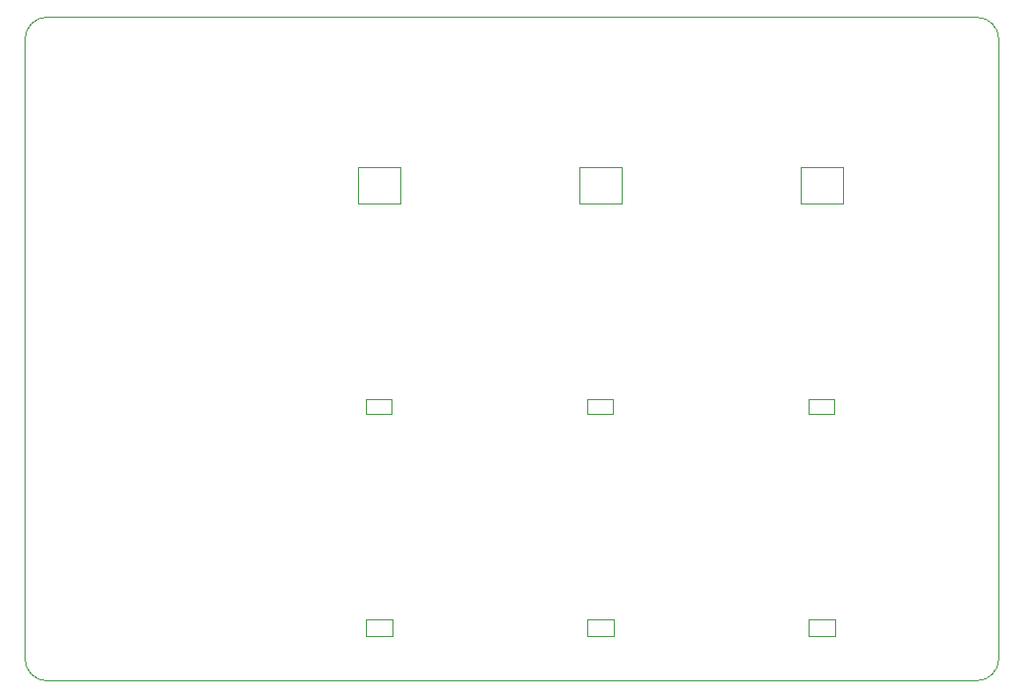
<source format=gbr>
%TF.GenerationSoftware,KiCad,Pcbnew,(6.0.1)*%
%TF.CreationDate,2022-06-19T22:09:19+09:00*%
%TF.ProjectId,reverse-mount-led-keboard,72657665-7273-4652-9d6d-6f756e742d6c,rev?*%
%TF.SameCoordinates,Original*%
%TF.FileFunction,Profile,NP*%
%FSLAX46Y46*%
G04 Gerber Fmt 4.6, Leading zero omitted, Abs format (unit mm)*
G04 Created by KiCad (PCBNEW (6.0.1)) date 2022-06-19 22:09:19*
%MOMM*%
%LPD*%
G01*
G04 APERTURE LIST*
%TA.AperFunction,Profile*%
%ADD10C,0.100000*%
%TD*%
%TA.AperFunction,Profile*%
%ADD11C,0.050000*%
%TD*%
%TA.AperFunction,Profile*%
%ADD12C,0.120000*%
%TD*%
G04 APERTURE END LIST*
D10*
X-774382500Y621030000D02*
G75*
G03*
X-776287500Y619125000I1J-1905001D01*
G01*
X-776287500Y565785000D02*
G75*
G03*
X-774382500Y563880000I1905001J1D01*
G01*
X-774382500Y621030000D02*
X-694372500Y621030000D01*
X-694372500Y563880000D02*
X-774382500Y563880000D01*
X-776287500Y565785000D02*
X-776287500Y619125000D01*
X-692467500Y619125000D02*
G75*
G03*
X-694372500Y621030000I-1905001J-1D01*
G01*
X-692467500Y619125000D02*
X-692467500Y565785000D01*
X-694372500Y563880000D02*
G75*
G03*
X-692467500Y565785000I-1J1905001D01*
G01*
D11*
%TO.C,LED6*%
X-708807000Y586895000D02*
X-706607000Y586895000D01*
X-706607000Y586895000D02*
X-706607000Y588095000D01*
X-706607000Y588095000D02*
X-708807000Y588095000D01*
X-708807000Y588095000D02*
X-708807000Y586895000D01*
D12*
%TO.C,LED2*%
X-728557000Y604945000D02*
X-724957000Y604945000D01*
X-724957000Y604945000D02*
X-724957000Y608145000D01*
X-724957000Y608145000D02*
X-728557000Y608145000D01*
X-728557000Y608145000D02*
X-728557000Y604945000D01*
%TO.C,LED9*%
X-708857000Y569195000D02*
X-706557000Y569195000D01*
X-706557000Y569195000D02*
X-706557000Y567695000D01*
X-706557000Y567695000D02*
X-708857000Y567695000D01*
X-708857000Y567695000D02*
X-708857000Y569195000D01*
%TO.C,LED8*%
X-727907000Y569195000D02*
X-725607000Y569195000D01*
X-725607000Y569195000D02*
X-725607000Y567695000D01*
X-725607000Y567695000D02*
X-727907000Y567695000D01*
X-727907000Y567695000D02*
X-727907000Y569195000D01*
%TO.C,LED3*%
X-709507000Y604945000D02*
X-705907000Y604945000D01*
X-705907000Y604945000D02*
X-705907000Y608145000D01*
X-705907000Y608145000D02*
X-709507000Y608145000D01*
X-709507000Y608145000D02*
X-709507000Y604945000D01*
%TO.C,LED7*%
X-746957000Y569195000D02*
X-744657000Y569195000D01*
X-744657000Y569195000D02*
X-744657000Y567695000D01*
X-744657000Y567695000D02*
X-746957000Y567695000D01*
X-746957000Y567695000D02*
X-746957000Y569195000D01*
%TO.C,LED1*%
X-747607000Y604945000D02*
X-744007000Y604945000D01*
X-744007000Y604945000D02*
X-744007000Y608145000D01*
X-744007000Y608145000D02*
X-747607000Y608145000D01*
X-747607000Y608145000D02*
X-747607000Y604945000D01*
D11*
%TO.C,LED4*%
X-746907000Y586895000D02*
X-744707000Y586895000D01*
X-744707000Y586895000D02*
X-744707000Y588095000D01*
X-744707000Y588095000D02*
X-746907000Y588095000D01*
X-746907000Y588095000D02*
X-746907000Y586895000D01*
%TO.C,LED5*%
X-727857000Y586895000D02*
X-725657000Y586895000D01*
X-725657000Y586895000D02*
X-725657000Y588095000D01*
X-725657000Y588095000D02*
X-727857000Y588095000D01*
X-727857000Y588095000D02*
X-727857000Y586895000D01*
%TD*%
M02*

</source>
